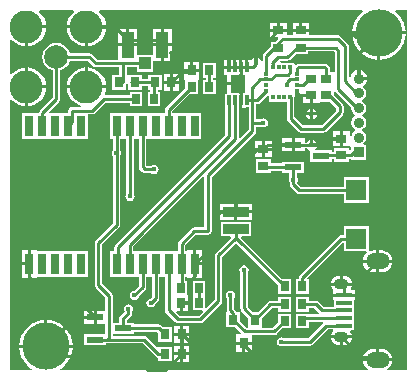
<source format=gtl>
G04 Layer_Physical_Order=1*
G04 Layer_Color=255*
%FSLAX25Y25*%
%MOIN*%
G70*
G01*
G75*
%ADD10R,0.01772X0.01181*%
%ADD11R,0.01181X0.01772*%
%ADD12R,0.03543X0.03150*%
%ADD13R,0.03150X0.07087*%
%ADD14R,0.04134X0.04331*%
%ADD15R,0.04331X0.08858*%
%ADD16R,0.08858X0.03346*%
%ADD17R,0.05315X0.01575*%
%ADD18R,0.02756X0.03543*%
%ADD19R,0.03150X0.03543*%
%ADD20R,0.03158X0.03827*%
%ADD21R,0.06693X0.07087*%
%ADD22R,0.05709X0.02362*%
%ADD23R,0.05100X0.05900*%
%ADD24R,0.01200X0.03200*%
%ADD25R,0.03543X0.02756*%
%ADD26C,0.01000*%
%ADD27C,0.15748*%
%ADD28C,0.07874*%
%ADD29C,0.11024*%
%ADD30C,0.03543*%
%ADD31R,0.03543X0.03543*%
%ADD32O,0.04921X0.03347*%
%ADD33O,0.07874X0.05217*%
%ADD34C,0.01575*%
G36*
X282500Y345000D02*
X275912D01*
X275778Y345500D01*
X276416Y345990D01*
X276994Y346743D01*
X277358Y347621D01*
X277416Y348063D01*
X272514D01*
X267612D01*
X267670Y347621D01*
X268033Y346743D01*
X268612Y345990D01*
X269250Y345500D01*
X269115Y345000D01*
X166887D01*
X166765Y345485D01*
X166954Y345586D01*
X168305Y346695D01*
X169414Y348046D01*
X170238Y349588D01*
X170746Y351260D01*
X170868Y352500D01*
X153132D01*
X153254Y351260D01*
X153762Y349588D01*
X154586Y348046D01*
X155695Y346695D01*
X157046Y345586D01*
X157235Y345485D01*
X157113Y345000D01*
X150000D01*
Y435149D01*
X150500Y435328D01*
X150873Y434873D01*
X151865Y434059D01*
X152996Y433455D01*
X154223Y433082D01*
X155000Y433006D01*
Y439500D01*
Y445994D01*
X154223Y445918D01*
X152996Y445545D01*
X151865Y444941D01*
X150873Y444127D01*
X150500Y443672D01*
X150000Y443851D01*
Y455149D01*
X150500Y455328D01*
X150873Y454873D01*
X151865Y454060D01*
X152996Y453455D01*
X154223Y453083D01*
X155000Y453006D01*
Y459500D01*
X155500D01*
Y460000D01*
X161994D01*
X161918Y460777D01*
X161545Y462004D01*
X160941Y463135D01*
X160127Y464127D01*
X159672Y464500D01*
X159851Y465000D01*
X171149D01*
X171328Y464500D01*
X170873Y464127D01*
X170059Y463135D01*
X169455Y462004D01*
X169082Y460777D01*
X169006Y460000D01*
X175500D01*
X181994D01*
X181918Y460777D01*
X181545Y462004D01*
X180940Y463135D01*
X180127Y464127D01*
X179672Y464500D01*
X179851Y465000D01*
X267362D01*
X267541Y464500D01*
X266695Y463805D01*
X265586Y462454D01*
X264762Y460912D01*
X264254Y459240D01*
X264132Y458000D01*
X281868D01*
X281746Y459240D01*
X281238Y460912D01*
X280414Y462454D01*
X279305Y463805D01*
X278459Y464500D01*
X278638Y465000D01*
X282500D01*
Y345000D01*
D02*
G37*
%LPC*%
G36*
X249772Y460831D02*
X247500D01*
Y458953D01*
X249772D01*
Y460831D01*
D02*
G37*
G36*
X242272D02*
X240000D01*
Y458953D01*
X242272D01*
Y460831D01*
D02*
G37*
G36*
X239000D02*
X236728D01*
Y458953D01*
X239000D01*
Y460831D01*
D02*
G37*
G36*
X246500D02*
X244228D01*
Y458953D01*
X246500D01*
Y460831D01*
D02*
G37*
G36*
X249772Y457953D02*
X247000D01*
X244228D01*
Y456649D01*
X242272D01*
Y457953D01*
X236728D01*
Y456075D01*
X239191D01*
X239383Y455613D01*
X238635Y454865D01*
X238474Y454625D01*
X237028D01*
Y453259D01*
X234592Y450822D01*
X234326Y450425D01*
X234233Y449957D01*
Y447998D01*
X233733Y447949D01*
X233684Y448197D01*
X233289Y448789D01*
X232697Y449184D01*
X232500Y449223D01*
Y447500D01*
X231500D01*
Y449223D01*
X231303Y449184D01*
X230711Y448789D01*
X230585Y448600D01*
X229500D01*
Y446000D01*
X228500D01*
Y448600D01*
X227500D01*
Y446000D01*
X226500D01*
Y448600D01*
X225500D01*
Y446000D01*
X224500D01*
Y448600D01*
X223500D01*
Y446000D01*
X223000D01*
Y445500D01*
X221400D01*
Y443400D01*
X222450D01*
Y441000D01*
X226000D01*
Y440000D01*
X222450D01*
Y437300D01*
X221700D01*
Y432700D01*
X221777D01*
Y423507D01*
X185135Y386865D01*
X184870Y386468D01*
X184776Y386000D01*
Y384743D01*
X183300D01*
Y376257D01*
X193013D01*
Y373243D01*
X191233Y371463D01*
X190920Y371401D01*
X190428Y371072D01*
X190099Y370580D01*
X189983Y370000D01*
X190099Y369420D01*
X190428Y368928D01*
X190920Y368599D01*
X191500Y368483D01*
X192080Y368599D01*
X192572Y368928D01*
X192901Y369420D01*
X192964Y369733D01*
X195101Y371871D01*
X195367Y372268D01*
X195460Y372736D01*
Y376257D01*
X197344D01*
Y369574D01*
X196733Y368964D01*
X196420Y368901D01*
X195928Y368572D01*
X195599Y368080D01*
X195484Y367500D01*
X195599Y366920D01*
X195928Y366428D01*
X196420Y366099D01*
X197000Y365984D01*
X197580Y366099D01*
X198072Y366428D01*
X198401Y366920D01*
X198463Y367233D01*
X199432Y368202D01*
X199697Y368599D01*
X199791Y369067D01*
Y376257D01*
X201674D01*
Y365102D01*
X201767Y364634D01*
X202032Y364237D01*
X205135Y361135D01*
X205532Y360870D01*
X206000Y360776D01*
X213500D01*
X213968Y360870D01*
X214365Y361135D01*
X220365Y367135D01*
X220630Y367532D01*
X220724Y368000D01*
Y382886D01*
X225327Y387490D01*
X239469Y373348D01*
Y370528D01*
X243625D01*
Y375472D01*
X240806D01*
X227065Y389212D01*
X227257Y389674D01*
X230456D01*
Y394420D01*
X220198D01*
Y389674D01*
X223397D01*
X223589Y389212D01*
X218635Y384258D01*
X218370Y383861D01*
X218277Y383393D01*
Y368507D01*
X215493Y365723D01*
X215031Y365914D01*
Y369972D01*
X215031D01*
Y370028D01*
X215031D01*
Y374972D01*
X210875D01*
Y370028D01*
X210875D01*
Y369972D01*
X210875D01*
Y365028D01*
X214145D01*
X214336Y364566D01*
X212993Y363224D01*
X206507D01*
X205464Y364266D01*
X205655Y364728D01*
X206547D01*
Y367500D01*
X207047D01*
Y368000D01*
X209425D01*
Y370272D01*
X209125D01*
Y374972D01*
X208452D01*
Y376257D01*
X208984D01*
Y375957D01*
X211059D01*
Y380500D01*
Y385043D01*
X208984D01*
Y384743D01*
X208452D01*
Y386722D01*
X212007Y390277D01*
X216000D01*
X216468Y390370D01*
X216865Y390635D01*
X217130Y391032D01*
X217224Y391500D01*
Y409493D01*
X231632Y423902D01*
X231897Y424298D01*
X231990Y424767D01*
Y426276D01*
X233654D01*
X233920Y426099D01*
X234500Y425983D01*
X235080Y426099D01*
X235572Y426428D01*
X235901Y426920D01*
X236017Y427500D01*
X235901Y428080D01*
X235572Y428572D01*
X235080Y428901D01*
X234500Y429016D01*
X233920Y428901D01*
X233654Y428723D01*
X231990D01*
Y433777D01*
X232433D01*
X232901Y433870D01*
X233298Y434135D01*
X235757Y436593D01*
X236257Y436386D01*
Y434395D01*
X242351D01*
Y428925D01*
X242444Y428457D01*
X242710Y428060D01*
X246135Y424635D01*
X246532Y424370D01*
X247000Y424276D01*
X254500D01*
X254968Y424370D01*
X255365Y424635D01*
X260865Y430135D01*
X261130Y430532D01*
X261224Y431000D01*
Y433000D01*
X261130Y433468D01*
X260865Y433865D01*
X257972Y436759D01*
Y437905D01*
X258472Y438056D01*
X258635Y437812D01*
X263745Y432702D01*
X263697Y432461D01*
X263888Y431496D01*
X264435Y430679D01*
X265014Y430291D01*
Y429709D01*
X264435Y429321D01*
X263888Y428504D01*
X263697Y427539D01*
X263888Y426575D01*
X264435Y425757D01*
X265014Y425370D01*
Y424788D01*
X264435Y424400D01*
X263888Y423583D01*
X263772Y422996D01*
X263272Y423045D01*
Y424831D01*
X261000D01*
Y422256D01*
Y419681D01*
X263245D01*
X263272Y419681D01*
X263745Y419617D01*
Y418582D01*
X263446Y418346D01*
X262972Y418556D01*
Y419019D01*
X258028D01*
Y417968D01*
X257180D01*
Y418381D01*
X251835D01*
X251683Y418881D01*
X251789Y418952D01*
X252184Y419543D01*
X252223Y419740D01*
X250500D01*
Y420240D01*
X250000D01*
Y421963D01*
X249803Y421924D01*
X249211Y421529D01*
X248816Y420938D01*
X248728Y420495D01*
X248228Y420545D01*
Y422421D01*
X244874D01*
Y420240D01*
Y418059D01*
X248228D01*
Y419936D01*
X248728Y419985D01*
X248816Y419543D01*
X249211Y418952D01*
X249679Y418639D01*
X249803Y418556D01*
X250072Y418181D01*
X250072Y417993D01*
Y414619D01*
X257180D01*
Y415521D01*
X258028D01*
Y414469D01*
X262972D01*
Y415521D01*
X263744D01*
X263745Y415520D01*
Y415225D01*
X268688D01*
Y420168D01*
X267899D01*
X267747Y420669D01*
X267999Y420836D01*
X268545Y421654D01*
X268737Y422618D01*
X268545Y423583D01*
X267999Y424400D01*
X267419Y424788D01*
Y425370D01*
X267999Y425757D01*
X268545Y426575D01*
X268737Y427539D01*
X268545Y428504D01*
X267999Y429321D01*
X267419Y429709D01*
Y430291D01*
X267999Y430679D01*
X268545Y431496D01*
X268737Y432461D01*
X268545Y433425D01*
X267999Y434243D01*
X267419Y434630D01*
Y435213D01*
X267999Y435600D01*
X268545Y436417D01*
X268737Y437382D01*
X268545Y438346D01*
X267999Y439164D01*
X267632Y439409D01*
X267712Y439957D01*
X268193Y440326D01*
X268638Y440905D01*
X268917Y441580D01*
X268946Y441803D01*
X266217D01*
Y442303D01*
X265717D01*
Y445033D01*
X265493Y445004D01*
X264819Y444724D01*
X264240Y444280D01*
X263796Y443701D01*
X263516Y443027D01*
X263440Y442449D01*
X263099Y442218D01*
X262934Y442175D01*
X262849Y442227D01*
Y453224D01*
X262756Y453693D01*
X262491Y454089D01*
X260290Y456290D01*
X259893Y456556D01*
X259425Y456649D01*
X249772D01*
Y457953D01*
D02*
G37*
G36*
X203972Y458929D02*
X201307D01*
Y454000D01*
X203972D01*
Y458929D01*
D02*
G37*
G36*
X200307D02*
X197642D01*
Y454000D01*
X200307D01*
Y458929D01*
D02*
G37*
G36*
X192358D02*
X189693D01*
Y454000D01*
X192358D01*
Y458929D01*
D02*
G37*
G36*
X188693D02*
X186028D01*
Y454000D01*
X188693D01*
Y458929D01*
D02*
G37*
G36*
X175000Y459000D02*
X169006D01*
X169082Y458223D01*
X169455Y456996D01*
X170059Y455865D01*
X170873Y454873D01*
X171865Y454060D01*
X172996Y453455D01*
X174223Y453083D01*
X175000Y453006D01*
Y459000D01*
D02*
G37*
G36*
X181994D02*
X176000D01*
Y453006D01*
X176777Y453083D01*
X178004Y453455D01*
X179135Y454060D01*
X180127Y454873D01*
X180940Y455865D01*
X181545Y456996D01*
X181918Y458223D01*
X181994Y459000D01*
D02*
G37*
G36*
X161994D02*
X156000D01*
Y453006D01*
X156776Y453083D01*
X158004Y453455D01*
X159135Y454060D01*
X160127Y454873D01*
X160941Y455865D01*
X161545Y456996D01*
X161918Y458223D01*
X161994Y459000D01*
D02*
G37*
G36*
X281868Y457000D02*
X273500D01*
Y448632D01*
X274740Y448754D01*
X276412Y449262D01*
X277954Y450086D01*
X279305Y451195D01*
X280414Y452546D01*
X281238Y454088D01*
X281746Y455760D01*
X281868Y457000D01*
D02*
G37*
G36*
X272500D02*
X264132D01*
X264254Y455760D01*
X264762Y454088D01*
X265586Y452546D01*
X266695Y451195D01*
X268046Y450086D01*
X269588Y449262D01*
X271260Y448754D01*
X272500Y448632D01*
Y457000D01*
D02*
G37*
G36*
X203972Y453000D02*
X201307D01*
Y448071D01*
X203972D01*
Y453000D01*
D02*
G37*
G36*
X222500Y448600D02*
X221400D01*
Y446500D01*
X222500D01*
Y448600D01*
D02*
G37*
G36*
X212925Y447772D02*
X211047D01*
Y445500D01*
X212925D01*
Y447772D01*
D02*
G37*
G36*
X210047D02*
X208169D01*
Y445500D01*
X210047D01*
Y447772D01*
D02*
G37*
G36*
X165500Y454177D02*
X164289Y454018D01*
X163161Y453550D01*
X162193Y452807D01*
X161450Y451839D01*
X160982Y450711D01*
X160823Y449500D01*
X160982Y448290D01*
X161450Y447161D01*
X162193Y446193D01*
X163161Y445450D01*
X164276Y444988D01*
Y436007D01*
X159906Y431637D01*
X159641Y431240D01*
X159548Y430772D01*
Y430743D01*
X154166D01*
Y422257D01*
X176039D01*
Y430320D01*
X177459D01*
X177928Y430413D01*
X178324Y430678D01*
X181923Y434276D01*
X189969D01*
Y433028D01*
X194125D01*
Y437972D01*
X189969D01*
Y436724D01*
X181966D01*
X181888Y436774D01*
X181614Y437223D01*
X181918Y438224D01*
X181994Y439000D01*
X175500D01*
X169006D01*
X169082Y438224D01*
X169455Y436996D01*
X170059Y435865D01*
X170873Y434873D01*
X171865Y434059D01*
X172996Y433455D01*
X173616Y433267D01*
X173541Y432767D01*
X170689D01*
X170221Y432674D01*
X169824Y432409D01*
X169559Y432012D01*
X169465Y431543D01*
Y430743D01*
X163127D01*
X162935Y431205D01*
X166365Y434635D01*
X166630Y435032D01*
X166724Y435500D01*
Y444988D01*
X167839Y445450D01*
X168807Y446193D01*
X169550Y447161D01*
X170012Y448277D01*
X175993D01*
X177737Y446532D01*
X178134Y446267D01*
X178602Y446174D01*
X186399D01*
Y443472D01*
X183969D01*
Y438528D01*
X188519D01*
Y440182D01*
X188675Y440415D01*
X189200Y440455D01*
X189481Y440168D01*
Y438528D01*
X194031D01*
Y439777D01*
X195969D01*
Y438528D01*
X196729D01*
Y437972D01*
X195875D01*
Y433028D01*
X200031D01*
Y437972D01*
X199176D01*
Y438528D01*
X200519D01*
Y443472D01*
X195969D01*
Y442224D01*
X194031D01*
Y443472D01*
X189481D01*
Y442096D01*
X189346Y441982D01*
X188846Y442215D01*
Y446174D01*
X192233D01*
Y444532D01*
X197767D01*
Y448071D01*
X200307D01*
Y453000D01*
X197642D01*
Y450263D01*
X192358D01*
Y453000D01*
X186028D01*
Y448621D01*
X179109D01*
X177365Y450365D01*
X176968Y450630D01*
X176500Y450724D01*
X170012D01*
X169550Y451839D01*
X168807Y452807D01*
X167839Y453550D01*
X166710Y454018D01*
X165500Y454177D01*
D02*
G37*
G36*
X266717Y445033D02*
Y442803D01*
X268946D01*
X268917Y443027D01*
X268638Y443701D01*
X268193Y444280D01*
X267614Y444724D01*
X266940Y445004D01*
X266717Y445033D01*
D02*
G37*
G36*
X206331Y443772D02*
X204256D01*
Y441500D01*
X206331D01*
Y443772D01*
D02*
G37*
G36*
X203256D02*
X201181D01*
Y441500D01*
X203256D01*
Y443772D01*
D02*
G37*
G36*
X156000Y445994D02*
Y440000D01*
X161994D01*
X161918Y440777D01*
X161545Y442004D01*
X160941Y443135D01*
X160127Y444127D01*
X159135Y444941D01*
X158004Y445545D01*
X156776Y445918D01*
X156000Y445994D01*
D02*
G37*
G36*
X176000D02*
Y440000D01*
X181994D01*
X181918Y440777D01*
X181545Y442004D01*
X180940Y443135D01*
X180127Y444127D01*
X179135Y444941D01*
X178004Y445545D01*
X176777Y445918D01*
X176000Y445994D01*
D02*
G37*
G36*
X175000Y445994D02*
X174223Y445918D01*
X172996Y445545D01*
X171865Y444941D01*
X170873Y444127D01*
X170059Y443135D01*
X169455Y442004D01*
X169082Y440777D01*
X169006Y440000D01*
X175000D01*
Y445994D01*
D02*
G37*
G36*
X206331Y440500D02*
X204256D01*
Y438228D01*
X206331D01*
Y440500D01*
D02*
G37*
G36*
X203256D02*
X201181D01*
Y438228D01*
X203256D01*
Y440500D01*
D02*
G37*
G36*
X218531Y447472D02*
X214375D01*
Y442528D01*
X215229D01*
Y441972D01*
X214375D01*
Y437028D01*
X218531D01*
Y441972D01*
X217676D01*
Y442528D01*
X218531D01*
Y447472D01*
D02*
G37*
G36*
X161994Y439000D02*
X156000D01*
Y433006D01*
X156776Y433082D01*
X158004Y433455D01*
X159135Y434059D01*
X160127Y434873D01*
X160941Y435865D01*
X161545Y436996D01*
X161918Y438224D01*
X161994Y439000D01*
D02*
G37*
G36*
X260000Y424831D02*
X257728D01*
Y422756D01*
X260000D01*
Y424831D01*
D02*
G37*
G36*
X251000Y421963D02*
Y420740D01*
X252223D01*
X252184Y420938D01*
X251789Y421529D01*
X251197Y421924D01*
X251000Y421963D01*
D02*
G37*
G36*
X243874Y422421D02*
X240520D01*
Y420740D01*
X243874D01*
Y422421D01*
D02*
G37*
G36*
X260000Y421756D02*
X257728D01*
Y419681D01*
X260000D01*
Y421756D01*
D02*
G37*
G36*
X237272Y421331D02*
X235000D01*
Y419256D01*
X237272D01*
Y421331D01*
D02*
G37*
G36*
X234000D02*
X231728D01*
Y419256D01*
X234000D01*
Y421331D01*
D02*
G37*
G36*
X243874Y419740D02*
X240520D01*
Y418059D01*
X243874D01*
Y419740D01*
D02*
G37*
G36*
X237272Y418256D02*
X235000D01*
Y416181D01*
X237272D01*
Y418256D01*
D02*
G37*
G36*
X234000D02*
X231728D01*
Y416181D01*
X234000D01*
Y418256D01*
D02*
G37*
G36*
X212925Y444500D02*
X210547D01*
X208169D01*
X208169Y442228D01*
X208469Y441853D01*
X208469Y441728D01*
Y439152D01*
X202032Y432716D01*
X201767Y432319D01*
X201674Y431850D01*
Y430743D01*
X183300D01*
Y422257D01*
X184351D01*
Y418458D01*
X184099Y418080D01*
X183984Y417500D01*
X184099Y416920D01*
X184351Y416542D01*
Y394082D01*
X178635Y388365D01*
X178370Y387968D01*
X178277Y387500D01*
Y373453D01*
X178370Y372985D01*
X178635Y372588D01*
X181776Y369446D01*
Y364921D01*
X178874D01*
Y362740D01*
Y360559D01*
X181776D01*
Y357141D01*
X174820D01*
Y353379D01*
X181928D01*
Y354036D01*
X194233D01*
X198635Y349635D01*
X199032Y349370D01*
X199469Y349283D01*
Y348028D01*
X204019D01*
Y352972D01*
X199469D01*
Y352914D01*
X199007Y352723D01*
X195605Y356125D01*
X195208Y356390D01*
X194740Y356483D01*
X184223D01*
Y357119D01*
X191180D01*
Y357903D01*
X199111D01*
X199469Y357544D01*
Y354528D01*
X204019D01*
Y359472D01*
X201003D01*
X200483Y359991D01*
X200086Y360256D01*
X199618Y360349D01*
X191180D01*
Y360881D01*
X188849D01*
Y361619D01*
X190365Y363135D01*
X190630Y363532D01*
X190724Y364000D01*
Y364654D01*
X190901Y364920D01*
X191016Y365500D01*
X190901Y366080D01*
X190572Y366572D01*
X190080Y366901D01*
X189500Y367017D01*
X188920Y366901D01*
X188428Y366572D01*
X188099Y366080D01*
X187984Y365500D01*
X188099Y364920D01*
X188277Y364654D01*
Y364507D01*
X186761Y362991D01*
X186496Y362594D01*
X186402Y362126D01*
Y360881D01*
X184223D01*
Y369953D01*
X184130Y370421D01*
X183865Y370818D01*
X180724Y373960D01*
Y386993D01*
X186440Y392710D01*
X186705Y393107D01*
X186798Y393575D01*
Y416766D01*
X186901Y416920D01*
X187016Y417500D01*
X186901Y418080D01*
X186798Y418234D01*
Y422257D01*
X188777D01*
Y403846D01*
X188599Y403580D01*
X188484Y403000D01*
X188599Y402420D01*
X188928Y401928D01*
X189420Y401599D01*
X190000Y401483D01*
X190580Y401599D01*
X191072Y401928D01*
X191401Y402420D01*
X191516Y403000D01*
X191401Y403580D01*
X191224Y403846D01*
Y422257D01*
X193013D01*
Y412764D01*
X193106Y412296D01*
X193371Y411899D01*
X194135Y411135D01*
X194532Y410870D01*
X195000Y410777D01*
X197154D01*
X197420Y410599D01*
X198000Y410484D01*
X198580Y410599D01*
X199072Y410928D01*
X199401Y411420D01*
X199516Y412000D01*
X199401Y412580D01*
X199072Y413072D01*
X198580Y413401D01*
X198000Y413517D01*
X197420Y413401D01*
X197154Y413224D01*
X195507D01*
X195460Y413271D01*
Y422257D01*
X213834D01*
Y430743D01*
X204121D01*
Y431344D01*
X209806Y437028D01*
X212625D01*
X212625Y441853D01*
X212925Y442228D01*
X212925Y442347D01*
Y444500D01*
D02*
G37*
G36*
X236972Y415519D02*
X232028D01*
Y410969D01*
X236972D01*
Y411536D01*
X240820D01*
Y410879D01*
X243150D01*
Y409158D01*
X243099Y409080D01*
X242984Y408500D01*
X243099Y407920D01*
X243231Y407722D01*
X243244Y407658D01*
X243277Y407609D01*
Y407000D01*
X243370Y406532D01*
X243635Y406135D01*
X245564Y404206D01*
X245961Y403940D01*
X246429Y403847D01*
X261454D01*
Y400828D01*
X269547D01*
Y409314D01*
X261454D01*
Y406294D01*
X246936D01*
X245724Y407507D01*
Y407654D01*
X245901Y407920D01*
X246017Y408500D01*
X245901Y409080D01*
X245598Y409535D01*
Y410879D01*
X247928D01*
Y414641D01*
X240820D01*
Y413983D01*
X236972D01*
Y415519D01*
D02*
G37*
G36*
X230756Y400626D02*
X225827D01*
Y398453D01*
X230756D01*
Y400626D01*
D02*
G37*
G36*
X224827D02*
X219898D01*
Y398453D01*
X224827D01*
Y400626D01*
D02*
G37*
G36*
X230756Y397453D02*
X225827D01*
Y395280D01*
X230756D01*
Y397453D01*
D02*
G37*
G36*
X224827D02*
X219898D01*
Y395280D01*
X224827D01*
Y397453D01*
D02*
G37*
G36*
X273843Y385076D02*
X273014D01*
Y381937D01*
X277416D01*
X277358Y382379D01*
X276994Y383257D01*
X276416Y384010D01*
X275662Y384589D01*
X274784Y384952D01*
X273843Y385076D01*
D02*
G37*
G36*
X269547Y393172D02*
X261454D01*
Y390153D01*
X260429D01*
X259961Y390059D01*
X259564Y389794D01*
X246588Y376818D01*
X246322Y376421D01*
X246229Y375953D01*
Y375472D01*
X245375D01*
Y370528D01*
X249531D01*
Y375472D01*
X249355D01*
X249164Y375934D01*
X260936Y387706D01*
X261454D01*
Y384686D01*
X268670D01*
X268840Y384186D01*
X268612Y384010D01*
X268033Y383257D01*
X267670Y382379D01*
X267612Y381937D01*
X272014D01*
Y385076D01*
X271185D01*
X270243Y384952D01*
X270046Y384871D01*
X269547Y385205D01*
Y393172D01*
D02*
G37*
G36*
X214134Y385043D02*
X212059D01*
Y381000D01*
X214134D01*
Y385043D01*
D02*
G37*
G36*
X155941D02*
X153866D01*
Y381000D01*
X155941D01*
Y385043D01*
D02*
G37*
G36*
X277416Y380937D02*
X273014D01*
Y377798D01*
X273843D01*
X274784Y377922D01*
X275662Y378285D01*
X276416Y378864D01*
X276994Y379617D01*
X277358Y380495D01*
X277416Y380937D01*
D02*
G37*
G36*
X272014D02*
X267612D01*
X267670Y380495D01*
X268033Y379617D01*
X268612Y378864D01*
X269365Y378285D01*
X270243Y377922D01*
X271185Y377798D01*
X272014D01*
Y380937D01*
D02*
G37*
G36*
X214134Y380000D02*
X212059D01*
Y375957D01*
X214134D01*
Y380000D01*
D02*
G37*
G36*
X159016Y385043D02*
X156941D01*
Y380500D01*
Y375957D01*
X159016D01*
Y376257D01*
X176039D01*
Y384743D01*
X159016D01*
Y385043D01*
D02*
G37*
G36*
X155941Y380000D02*
X153866D01*
Y375957D01*
X155941D01*
Y380000D01*
D02*
G37*
G36*
X261274Y376456D02*
X260986D01*
Y374260D01*
X263904D01*
X263878Y374458D01*
X263609Y375108D01*
X263180Y375666D01*
X262622Y376095D01*
X261971Y376364D01*
X261274Y376456D01*
D02*
G37*
G36*
X259986D02*
X259699D01*
X259001Y376364D01*
X258351Y376095D01*
X257792Y375666D01*
X257364Y375108D01*
X257094Y374458D01*
X257068Y374260D01*
X259986D01*
Y376456D01*
D02*
G37*
G36*
X263904Y373260D02*
X260486D01*
X257068D01*
X257094Y373062D01*
X257364Y372412D01*
X257792Y371853D01*
X257813Y371837D01*
Y370618D01*
X261470D01*
X265128D01*
Y371906D01*
X263786D01*
X263564Y372354D01*
X263609Y372412D01*
X263878Y373062D01*
X263904Y373260D01*
D02*
G37*
G36*
X265128Y369618D02*
X261470D01*
X257813D01*
Y368331D01*
X258113D01*
Y366224D01*
X254507D01*
X252865Y367865D01*
X252468Y368130D01*
X252000Y368223D01*
X249531D01*
Y369472D01*
X245375D01*
Y364528D01*
X249531D01*
Y365776D01*
X251493D01*
X253105Y364164D01*
X253095Y364038D01*
X252939Y363665D01*
X249531D01*
Y363972D01*
X245375D01*
Y359028D01*
X249531D01*
Y361217D01*
X254321D01*
X254477Y360844D01*
X254487Y360718D01*
X249493Y355724D01*
X241346D01*
X241080Y355901D01*
X240500Y356016D01*
X239920Y355901D01*
X239428Y355572D01*
X239099Y355080D01*
X238983Y354500D01*
X239099Y353920D01*
X239428Y353428D01*
X239920Y353099D01*
X240500Y352983D01*
X241080Y353099D01*
X241346Y353276D01*
X250000D01*
X250468Y353370D01*
X250865Y353635D01*
X255889Y358659D01*
X257638D01*
X257807Y358158D01*
X257792Y358147D01*
X257742Y358082D01*
X257364Y357588D01*
X257094Y356938D01*
X257068Y356740D01*
X260486D01*
X263904D01*
X263878Y356938D01*
X263609Y357588D01*
X263374Y357895D01*
X263620Y358395D01*
X264828D01*
Y360954D01*
Y363513D01*
Y368331D01*
X265128D01*
Y369618D01*
D02*
G37*
G36*
X209425Y367000D02*
X207547D01*
Y364728D01*
X209425D01*
Y367000D01*
D02*
G37*
G36*
X177874Y364921D02*
X174520D01*
Y363240D01*
X177874D01*
Y364921D01*
D02*
G37*
G36*
Y362240D02*
X174520D01*
Y360559D01*
X177874D01*
Y362240D01*
D02*
G37*
G36*
X228000Y380016D02*
X227420Y379901D01*
X226928Y379572D01*
X226599Y379080D01*
X226483Y378500D01*
X226599Y377920D01*
X226777Y377654D01*
Y365677D01*
X226870Y365209D01*
X227135Y364812D01*
X229462Y362485D01*
X229462Y359324D01*
X229003Y359224D01*
X228704D01*
X226538Y361389D01*
Y364550D01*
X225422D01*
X225390Y364708D01*
X225125Y365105D01*
X224724Y365507D01*
Y369154D01*
X224901Y369420D01*
X225016Y370000D01*
X224901Y370580D01*
X224572Y371072D01*
X224080Y371401D01*
X223500Y371516D01*
X222920Y371401D01*
X222428Y371072D01*
X222099Y370580D01*
X221984Y370000D01*
X222099Y369420D01*
X222276Y369154D01*
Y365000D01*
X222291Y364928D01*
X221981Y364550D01*
X221981D01*
Y359324D01*
X225143D01*
X226990Y357476D01*
X226783Y356976D01*
X225421D01*
Y354563D01*
X228000D01*
X230579D01*
Y356776D01*
X238047D01*
X238515Y356870D01*
X238912Y357135D01*
X240806Y359028D01*
X243625D01*
Y363972D01*
X239469D01*
Y361152D01*
X237541Y359224D01*
X234477D01*
X234019Y359324D01*
X234019Y359723D01*
Y362485D01*
X237310Y365776D01*
X239469D01*
Y364528D01*
X243625D01*
Y369472D01*
X239469D01*
Y368223D01*
X236803D01*
X236335Y368130D01*
X235938Y367865D01*
X232623Y364550D01*
X230857D01*
X229223Y366184D01*
Y377654D01*
X229401Y377920D01*
X229517Y378500D01*
X229401Y379080D01*
X229072Y379572D01*
X228580Y379901D01*
X228000Y380016D01*
D02*
G37*
G36*
X209831Y359772D02*
X207756D01*
Y357500D01*
X209831D01*
Y359772D01*
D02*
G37*
G36*
X206756D02*
X204681D01*
Y357500D01*
X206756D01*
Y359772D01*
D02*
G37*
G36*
X209831Y356500D02*
X207756D01*
Y354228D01*
X209831D01*
Y356500D01*
D02*
G37*
G36*
X206756D02*
X204681D01*
Y354228D01*
X206756D01*
Y356500D01*
D02*
G37*
G36*
X263904Y355740D02*
X260986D01*
Y353544D01*
X261274D01*
X261971Y353636D01*
X262622Y353905D01*
X263180Y354334D01*
X263609Y354892D01*
X263878Y355542D01*
X263904Y355740D01*
D02*
G37*
G36*
X259986D02*
X257068D01*
X257094Y355542D01*
X257364Y354892D01*
X257792Y354334D01*
X258351Y353905D01*
X259001Y353636D01*
X259699Y353544D01*
X259986D01*
Y355740D01*
D02*
G37*
G36*
X162500Y361868D02*
Y353500D01*
X170868D01*
X170746Y354740D01*
X170238Y356412D01*
X169414Y357954D01*
X168305Y359305D01*
X166954Y360414D01*
X165412Y361238D01*
X163740Y361746D01*
X162500Y361868D01*
D02*
G37*
G36*
X161500D02*
X160260Y361746D01*
X158588Y361238D01*
X157046Y360414D01*
X155695Y359305D01*
X154586Y357954D01*
X153762Y356412D01*
X153254Y354740D01*
X153132Y353500D01*
X161500D01*
Y361868D01*
D02*
G37*
G36*
X230579Y353563D02*
X228500D01*
Y351150D01*
X230579D01*
Y353563D01*
D02*
G37*
G36*
X227500D02*
X225421D01*
Y351150D01*
X227500D01*
Y353563D01*
D02*
G37*
G36*
X209831Y353272D02*
X207756D01*
Y351000D01*
X209831D01*
Y353272D01*
D02*
G37*
G36*
X206756D02*
X204681D01*
Y351000D01*
X206756D01*
Y353272D01*
D02*
G37*
G36*
X273843Y352202D02*
X273014D01*
Y349063D01*
X277416D01*
X277358Y349505D01*
X276994Y350383D01*
X276416Y351136D01*
X275662Y351715D01*
X274784Y352078D01*
X273843Y352202D01*
D02*
G37*
G36*
X272014D02*
X271185D01*
X270243Y352078D01*
X269365Y351715D01*
X268612Y351136D01*
X268033Y350383D01*
X267670Y349505D01*
X267612Y349063D01*
X272014D01*
Y352202D01*
D02*
G37*
G36*
X209831Y350000D02*
X207756D01*
Y347728D01*
X209831D01*
Y350000D01*
D02*
G37*
G36*
X206756D02*
X204681D01*
Y347728D01*
X206756D01*
Y350000D01*
D02*
G37*
%LPD*%
G36*
X258277Y451119D02*
Y444905D01*
X257972Y444531D01*
X256723D01*
Y445500D01*
X256630Y445968D01*
X256365Y446365D01*
X255865Y446865D01*
X255468Y447130D01*
X255000Y447224D01*
X246000D01*
X245532Y447130D01*
X245243Y446938D01*
X244863Y447069D01*
X244743Y447159D01*
Y447605D01*
X240262D01*
X240012Y448105D01*
X240140Y448277D01*
X242500D01*
X242968Y448370D01*
X243365Y448635D01*
X245199Y450469D01*
X249472D01*
Y451324D01*
X258072D01*
X258277Y451119D01*
D02*
G37*
G36*
X246020Y436457D02*
X247405D01*
X247728Y436090D01*
Y434169D01*
X250000D01*
Y436744D01*
X251000D01*
Y434169D01*
X253272D01*
Y434469D01*
X256801D01*
X258776Y432493D01*
Y431507D01*
X253993Y426723D01*
X247507D01*
X244798Y429432D01*
Y435980D01*
X245020Y436268D01*
Y438047D01*
X246020D01*
Y436457D01*
D02*
G37*
G36*
X227500Y432400D02*
X228600D01*
Y432700D01*
X229543D01*
Y427500D01*
Y425273D01*
X226724Y422454D01*
X226223Y422661D01*
Y432400D01*
X226500D01*
Y435000D01*
X227500D01*
Y432400D01*
D02*
G37*
G36*
X214776Y409339D02*
Y392723D01*
X211500D01*
X211032Y392630D01*
X210635Y392365D01*
X206363Y388094D01*
X206098Y387697D01*
X206005Y387228D01*
Y384743D01*
X191129D01*
Y386399D01*
X214277Y409546D01*
X214776Y409339D01*
D02*
G37*
%LPC*%
G36*
X251000Y432223D02*
Y431000D01*
X252223D01*
X252184Y431197D01*
X251789Y431789D01*
X251197Y432184D01*
X251000Y432223D01*
D02*
G37*
G36*
X250000D02*
X249803Y432184D01*
X249211Y431789D01*
X248816Y431197D01*
X248777Y431000D01*
X250000D01*
Y432223D01*
D02*
G37*
G36*
X252223Y430000D02*
X251000D01*
Y428777D01*
X251197Y428816D01*
X251789Y429211D01*
X252184Y429803D01*
X252223Y430000D01*
D02*
G37*
G36*
X250000D02*
X248777D01*
X248816Y429803D01*
X249211Y429211D01*
X249803Y428816D01*
X250000Y428777D01*
Y430000D01*
D02*
G37*
%LPD*%
D10*
X235480Y443953D02*
D03*
Y441984D02*
D03*
Y440016D02*
D03*
Y438047D02*
D03*
X245520D02*
D03*
Y440016D02*
D03*
Y441984D02*
D03*
Y443953D02*
D03*
D11*
X237547Y435980D02*
D03*
X239516D02*
D03*
X241484D02*
D03*
X243453D02*
D03*
Y446020D02*
D03*
X241484D02*
D03*
X239516D02*
D03*
X237547D02*
D03*
D12*
X250500Y436744D02*
D03*
Y442256D02*
D03*
X255500Y436744D02*
D03*
Y442256D02*
D03*
X260500Y416744D02*
D03*
Y422256D02*
D03*
X234500Y413244D02*
D03*
Y418756D02*
D03*
D13*
X211559Y426500D02*
D03*
X207228D02*
D03*
X202898D02*
D03*
X198567D02*
D03*
X194236D02*
D03*
X189906D02*
D03*
X185575D02*
D03*
X173764D02*
D03*
X169433D02*
D03*
X165102D02*
D03*
X160772D02*
D03*
X156441D02*
D03*
Y380500D02*
D03*
X160772D02*
D03*
X165102D02*
D03*
X169433D02*
D03*
X173764D02*
D03*
X185575D02*
D03*
X189906D02*
D03*
X194236D02*
D03*
X198567D02*
D03*
X202898D02*
D03*
X207228D02*
D03*
X211559D02*
D03*
D14*
X195000Y447398D02*
D03*
D15*
X200807Y453500D02*
D03*
X189193D02*
D03*
D16*
X225327Y392047D02*
D03*
Y397953D02*
D03*
D17*
X261470Y359882D02*
D03*
Y362441D02*
D03*
Y365000D02*
D03*
Y367559D02*
D03*
Y370118D02*
D03*
D18*
X216453Y439500D02*
D03*
X210547D02*
D03*
Y445000D02*
D03*
X216453D02*
D03*
X197953Y435500D02*
D03*
X192047D02*
D03*
X247453Y361500D02*
D03*
X241547D02*
D03*
X247453Y367000D02*
D03*
X241547D02*
D03*
X247453Y373000D02*
D03*
X241547D02*
D03*
X207047Y367500D02*
D03*
X212953D02*
D03*
Y372500D02*
D03*
X207047D02*
D03*
D19*
X198244Y441000D02*
D03*
X203756D02*
D03*
X201744Y350500D02*
D03*
X207256D02*
D03*
X201744Y357000D02*
D03*
X207256D02*
D03*
X191756Y441000D02*
D03*
X186244D02*
D03*
D20*
X228000Y354063D02*
D03*
X224260Y361937D02*
D03*
X231740D02*
D03*
D21*
X265500Y405071D02*
D03*
Y388929D02*
D03*
D22*
X187626Y359000D02*
D03*
X178374Y355260D02*
D03*
Y362740D02*
D03*
X253626Y416500D02*
D03*
X244374Y412760D02*
D03*
Y420240D02*
D03*
D23*
X226000Y440500D02*
D03*
D24*
X229000Y435000D02*
D03*
X227000D02*
D03*
X225000D02*
D03*
X223000D02*
D03*
Y446000D02*
D03*
X225000D02*
D03*
X227000D02*
D03*
X229000D02*
D03*
D25*
X247000Y458453D02*
D03*
Y452547D02*
D03*
X239500D02*
D03*
Y458453D02*
D03*
D26*
X232000Y447500D02*
Y452547D01*
Y447000D02*
Y447500D01*
X242500Y440000D02*
Y441000D01*
X230767Y427500D02*
Y435000D01*
Y424767D02*
Y427500D01*
X234500D01*
X260486Y373760D02*
X264837D01*
X261470Y370118D02*
Y372776D01*
X250500Y430500D02*
Y436744D01*
X197000Y367500D02*
X198567Y369067D01*
Y380500D01*
X191500Y370000D02*
X194236Y372736D01*
Y380500D01*
Y412764D02*
Y426500D01*
Y412764D02*
X195000Y412000D01*
X198000D01*
X223500Y365000D02*
Y370000D01*
Y365000D02*
X224260Y364240D01*
Y361937D02*
Y364240D01*
X190000Y403000D02*
Y426406D01*
X228000Y365677D02*
Y378500D01*
Y365677D02*
X231740Y361937D01*
X236803Y367000D01*
X241547D01*
X228197Y358000D02*
X238047D01*
X241547Y361500D01*
X224260Y361937D02*
X228197Y358000D01*
X202898Y365102D02*
Y380500D01*
Y365102D02*
X206000Y362000D01*
X213500D01*
X219500Y368000D01*
Y383393D01*
X225327Y389220D01*
X207047Y367500D02*
X209500D01*
X210075Y368075D01*
Y374893D01*
X211559Y376377D01*
Y380500D01*
X212953Y367500D02*
Y372500D01*
X211559Y380500D02*
X218500Y387441D01*
Y396000D01*
X220453Y397953D01*
X225327D01*
Y411827D01*
X232256Y418756D01*
X234500D01*
X207228Y380500D02*
Y387228D01*
X211500Y391500D01*
X216000D01*
Y410000D01*
X234500Y418756D02*
X235984Y420240D01*
X244374D01*
X234500Y413244D02*
X234984Y412760D01*
X244374D01*
Y420240D02*
X254240D01*
X256256Y422256D01*
X260500D01*
X253870Y416744D02*
X260500D01*
X263744D01*
X265697Y418697D01*
X267217D01*
X266520Y418000D02*
X267217Y418697D01*
X265217Y432961D02*
X266717D01*
X265118Y437882D02*
X266717D01*
X185575Y380500D02*
X186000Y380925D01*
Y386000D01*
X223000Y423000D01*
Y435000D01*
X189906Y380500D02*
Y386906D01*
X225000Y422000D01*
X225327Y389220D02*
Y392047D01*
Y389220D02*
X241547Y373000D01*
X207256Y357000D02*
X210193Y354063D01*
X228000D01*
X232000Y349500D02*
X267226D01*
X228000Y353500D02*
Y354063D01*
Y353500D02*
X232000Y349500D01*
X250000Y354500D02*
X255382Y359882D01*
X240500Y354500D02*
X250000D01*
X187626Y359000D02*
Y362126D01*
X189500Y364000D01*
Y365500D01*
X255382Y359882D02*
X261470D01*
X247453Y367000D02*
X252000D01*
X254000Y365000D01*
X261470D01*
X248394Y362441D02*
X261470D01*
X260486Y356240D02*
X267226Y349500D01*
X268563D01*
X269500Y348563D01*
X264837Y373760D02*
X272514Y381437D01*
X207256Y350544D02*
Y357000D01*
X196000Y345000D02*
X201712D01*
X191126Y349874D02*
X196000Y345000D01*
X168626Y349874D02*
X191126D01*
X182260Y355260D02*
X194740D01*
X178374D02*
X182260D01*
X194740D02*
X199500Y350500D01*
X202244D01*
X162000Y353000D02*
X171740Y362740D01*
X178374D01*
X175547Y365567D02*
X178374Y362740D01*
X175547Y365567D02*
Y371500D01*
X161000D02*
X175547D01*
X156441Y376059D02*
X161000Y371500D01*
X156441Y376059D02*
Y380500D01*
X182260Y355260D02*
X183000Y356000D01*
Y369953D01*
X179500Y373453D02*
X183000Y369953D01*
X179500Y373453D02*
Y387500D01*
X185575Y393575D01*
X162000Y353000D02*
X165500D01*
X168626Y349874D01*
X199618Y359126D02*
X201744Y357000D01*
X190000Y359126D02*
X199618D01*
X226000Y440500D02*
Y442700D01*
X227000Y443700D01*
Y446000D01*
X225000D02*
X227000D01*
X223000D02*
X225000D01*
X232433Y435000D02*
X235480Y438047D01*
X216000Y410000D02*
X230767Y424767D01*
X229100Y435000D02*
X230767D01*
X232433D01*
X225000Y422000D02*
Y435000D01*
X226000Y438321D02*
Y440500D01*
X227000Y435000D02*
Y437321D01*
X226000Y438321D02*
X227000Y437321D01*
X233484Y441984D02*
X235480D01*
X230767Y439267D02*
X233484Y441984D01*
X230767Y435000D02*
Y439267D01*
X231000Y446000D02*
X232000Y447000D01*
X227000Y446000D02*
X229000D01*
X231000D01*
X232000Y452547D02*
X233594D01*
X239500Y458453D01*
X247000D01*
X238047Y452547D02*
X239500D01*
X235457Y449957D02*
X238047Y452547D01*
X235457Y444489D02*
Y449957D01*
Y444489D02*
X235480D01*
X245547Y452547D02*
X247000D01*
X242500Y449500D02*
X245547Y452547D01*
X239399Y449500D02*
X242500D01*
X237547Y446020D02*
Y447468D01*
X237457Y447558D02*
X239399Y449500D01*
X239500Y452547D02*
Y454000D01*
X240925Y455425D01*
X263047Y458453D02*
X265217Y456283D01*
X247000Y458453D02*
X263047D01*
X249756Y442256D02*
X250500D01*
X247516Y440016D02*
X249756Y442256D01*
X247149Y440016D02*
X247516D01*
X245520Y440016D02*
X247516D01*
X245520Y437480D02*
Y438047D01*
Y437480D02*
X246256Y436744D01*
X250500D01*
X237109Y441984D02*
X238625Y443500D01*
X235480Y441984D02*
X237109D01*
X243484D02*
X245520D01*
X242500Y441000D02*
X243484Y441984D01*
X245520Y443953D02*
Y445480D01*
X240925Y455425D02*
X259425D01*
X261626Y453224D01*
Y441374D02*
Y453224D01*
Y441374D02*
X265118Y437882D01*
X247000Y452547D02*
X258579D01*
X259500Y451626D01*
Y438677D02*
Y451626D01*
Y438677D02*
X265217Y432961D01*
X255500Y442256D02*
Y445500D01*
X255000Y446000D02*
X255500Y445500D01*
X246000Y446000D02*
X255000D01*
X245520Y445480D02*
X246020Y445980D01*
X255500Y436744D02*
X256256D01*
X260000Y433000D01*
Y431000D02*
Y433000D01*
X254500Y425500D02*
X260000Y431000D01*
X247000Y425500D02*
X254500D01*
X243575Y428925D02*
X247000Y425500D01*
X243575Y428925D02*
Y435980D01*
X165500Y435500D02*
Y449500D01*
X160772Y430772D02*
X165500Y435500D01*
X160772Y426500D02*
Y430772D01*
X176500Y449500D02*
X178602Y447398D01*
X165500Y449500D02*
X176500D01*
X175500Y459500D02*
X185000D01*
X189193Y455307D01*
X199000D01*
X195000Y447398D02*
X195122Y447275D01*
X169433Y426500D02*
X170689Y427756D01*
Y431543D01*
X177459D01*
X181416Y435500D01*
X192047D01*
X202898Y431850D02*
X210547Y439500D01*
X202898Y426500D02*
Y431850D01*
X216453Y439500D02*
Y445000D01*
X203756Y441000D02*
X207256Y444500D01*
X210047D01*
X197953Y435500D02*
Y440709D01*
X203756Y441000D02*
Y450551D01*
X190378Y441000D02*
X198244D01*
X187622Y441000D02*
Y447275D01*
X178602Y447398D02*
X195000D01*
X223000Y446000D02*
Y451000D01*
X203307D02*
X223000D01*
X203307D02*
X203756Y450551D01*
X207228Y373728D02*
Y380500D01*
X243434Y446001D02*
X243453Y446020D01*
X243434Y444338D02*
Y446001D01*
X242596Y443500D02*
X243434Y444338D01*
X238625Y443500D02*
X242596D01*
X246429Y405071D02*
X265500D01*
X244500Y407000D02*
Y408500D01*
Y407000D02*
X246429Y405071D01*
X244374Y408126D02*
Y412760D01*
X260429Y388929D02*
X265500D01*
X247453Y375953D02*
X260429Y388929D01*
X247453Y373000D02*
Y375953D01*
X266217Y442303D02*
Y450717D01*
X271783Y456283D01*
X265217D02*
X271783D01*
X201712Y345000D02*
X207256Y350544D01*
X185575Y393575D02*
Y426500D01*
D27*
X273000Y457500D02*
D03*
X162000Y353000D02*
D03*
D28*
X165500Y449500D02*
D03*
D29*
X155500Y439500D02*
D03*
X175500D02*
D03*
Y459500D02*
D03*
X155500D02*
D03*
D30*
X266217Y442303D02*
D03*
Y422618D02*
D03*
Y427539D02*
D03*
Y432461D02*
D03*
Y437382D02*
D03*
D31*
Y417697D02*
D03*
D32*
X260486Y356240D02*
D03*
Y373760D02*
D03*
D33*
X272514Y381437D02*
D03*
Y348563D02*
D03*
D34*
X232000Y447500D02*
D03*
X242500Y440000D02*
D03*
X244500Y408500D02*
D03*
X234500Y427500D02*
D03*
X250500Y420240D02*
D03*
Y430500D02*
D03*
X197000Y367500D02*
D03*
X191500Y370000D02*
D03*
X198000Y412000D02*
D03*
X223500Y370000D02*
D03*
X190000Y403000D02*
D03*
X228000Y378500D02*
D03*
X240500Y354500D02*
D03*
X189500Y365500D02*
D03*
X185500Y417500D02*
D03*
M02*

</source>
